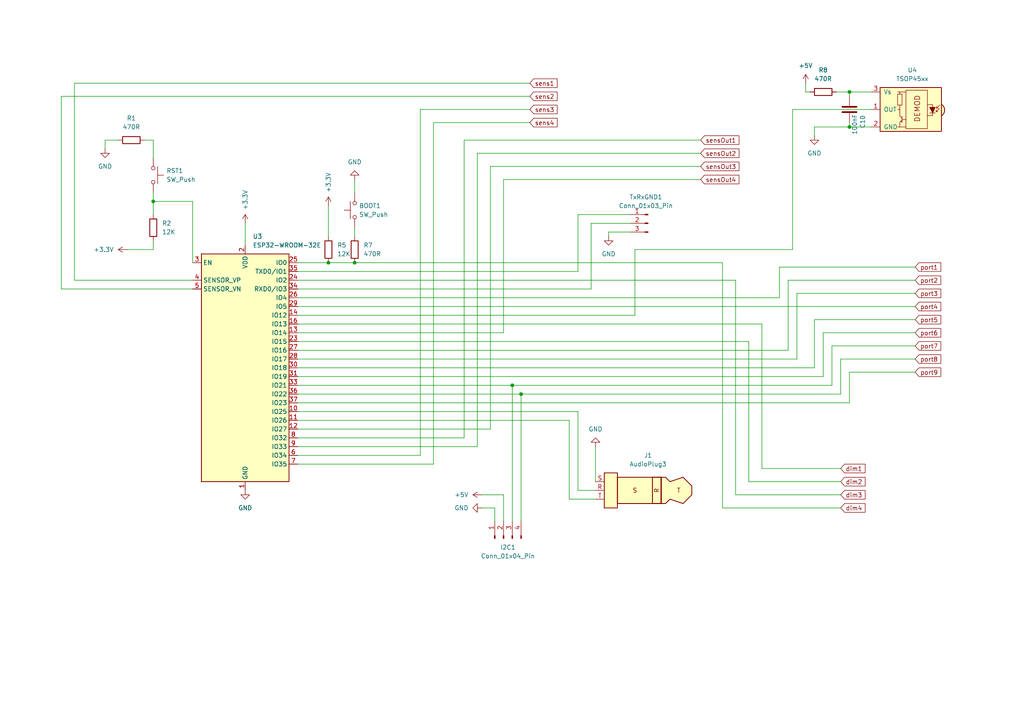
<source format=kicad_sch>
(kicad_sch (version 20231120) (generator "eeschema") (generator_version "8.0")
  (paper "A4")
  (lib_symbols
    (symbol "Connector:Conn_01x03_Pin" (pin_names (offset 1.016) hide)
      (property "Reference" "J" (at 0 5.08 0))
      (property "Value" "Conn_01x03_Pin" (at 0 -5.08 0))
      (symbol "Conn_01x03_Pin_1_1"
        (polyline (pts (xy 1.27 -2.54) (xy 0.8636 -2.54)) (stroke (width 0.1524)))
        (polyline (pts (xy 1.27 0) (xy 0.8636 0)) (stroke (width 0.1524)))
        (polyline (pts (xy 1.27 2.54) (xy 0.8636 2.54)) (stroke (width 0.1524)))
        (rectangle (start 0.8636 -2.413) (end 0 -2.667) (stroke (width 0.1524)) (fill (type outline)))
        (rectangle (start 0.8636 0.127) (end 0 -0.127) (stroke (width 0.1524)) (fill (type outline)))
        (rectangle (start 0.8636 2.667) (end 0 2.413) (stroke (width 0.1524)) (fill (type outline)))
        (pin passive line (at 5.08 2.54 180) (length 3.81) (name "Pin_1") (number "1"))
        (pin passive line (at 5.08 0 180) (length 3.81) (name "Pin_2") (number "2"))
        (pin passive line (at 5.08 -2.54 180) (length 3.81) (name "Pin_3") (number "3"))
      )
    )
    (symbol "Connector:Conn_01x04_Pin" (pin_names (offset 1.016) hide)
      (property "Reference" "J" (at 0 5.08 0))
      (property "Value" "Conn_01x04_Pin" (at 0 -7.62 0))
      (symbol "Conn_01x04_Pin_1_1"
        (polyline (pts (xy 1.27 -5.08) (xy 0.8636 -5.08)) (stroke (width 0.1524)))
        (polyline (pts (xy 1.27 -2.54) (xy 0.8636 -2.54)) (stroke (width 0.1524)))
        (polyline (pts (xy 1.27 0) (xy 0.8636 0)) (stroke (width 0.1524)))
        (polyline (pts (xy 1.27 2.54) (xy 0.8636 2.54)) (stroke (width 0.1524)))
        (rectangle (start 0.8636 -4.953) (end 0 -5.207) (stroke (width 0.1524)) (fill (type outline)))
        (rectangle (start 0.8636 -2.413) (end 0 -2.667) (stroke (width 0.1524)) (fill (type outline)))
        (rectangle (start 0.8636 0.127) (end 0 -0.127) (stroke (width 0.1524)) (fill (type outline)))
        (rectangle (start 0.8636 2.667) (end 0 2.413) (stroke (width 0.1524)) (fill (type outline)))
        (pin passive line (at 5.08 2.54 180) (length 3.81) (name "Pin_1") (number "1"))
        (pin passive line (at 5.08 0 180) (length 3.81) (name "Pin_2") (number "2"))
        (pin passive line (at 5.08 -2.54 180) (length 3.81) (name "Pin_3") (number "3"))
        (pin passive line (at 5.08 -5.08 180) (length 3.81) (name "Pin_4") (number "4"))
      )
    )
    (symbol "Connector_Audio:AudioPlug3"
      (property "Reference" "J" (at 1.27 6.35 0))
      (property "Value" "AudioPlug3" (at 1.27 -6.35 0))
      (symbol "AudioPlug3_0_0"
        (text "R" (at -2.54 0 900) (effects (font (size 1.27 1.27))))
      )
      (symbol "AudioPlug3_0_1"
        (rectangle (start -3.81 3.81) (end -1.27 -3.81) (stroke (width 0.254)))
        (rectangle (start -1.27 -1.27) (end -1.27 -1.27))
      )
      (symbol "AudioPlug3_1_0"
        (text "S" (at 3.81 0 0) (effects (font (size 1.27 1.27))))
        (text "T" (at -8.89 0 0) (effects (font (size 1.27 1.27))))
      )
      (symbol "AudioPlug3_1_1"
        (rectangle (start -3.81 3.81) (end 8.89 -3.81) (stroke (width 0.254)) (fill (type background)))
        (polyline (pts (xy -3.81 3.81) (xy -5.08 3.81) (xy -6.35 2.54) (xy -10.16 3.81) (xy -12.7 1.27) (xy -12.7 -1.27) (xy -10.16 -3.81) (xy -6.35 -2.54) (xy -5.08 -3.81) (xy -3.81 -3.81) (xy -3.81 3.81)) (stroke (width 0.254)) (fill (type background)))
        (rectangle (start 12.7 5.08) (end 8.89 -5.08) (stroke (width 0.254)) (fill (type background)))
        (pin passive line (at 15.24 0 180) (length 2.54) (name "~") (number "R"))
        (pin passive line (at 15.24 2.54 180) (length 2.54) (name "~") (number "S"))
        (pin passive line (at 15.24 -2.54 180) (length 2.54) (name "~") (number "T"))
      )
    )
    (symbol "Device:C" (pin_numbers hide) (pin_names (offset 0.254))
      (property "Reference" "C" (at 0.635 2.54 0))
      (property "Value" "C" (at 0.635 -2.54 0))
      (symbol "C_0_1"
        (polyline (pts (xy -2.032 -0.762) (xy 2.032 -0.762)) (stroke (width 0.508)))
        (polyline (pts (xy -2.032 0.762) (xy 2.032 0.762)) (stroke (width 0.508)))
      )
      (symbol "C_1_1"
        (pin passive line (at 0 3.81 270) (length 2.794) (name "~") (number "1"))
        (pin passive line (at 0 -3.81 90) (length 2.794) (name "~") (number "2"))
      )
    )
    (symbol "Device:R" (pin_numbers hide) (pin_names (offset 0))
      (property "Reference" "R" (at 2.032 0 90))
      (property "Value" "R" (at 0 0 90))
      (symbol "R_0_1"
        (rectangle (start -1.016 -2.54) (end 1.016 2.54) (stroke (width 0.254)))
      )
      (symbol "R_1_1"
        (pin passive line (at 0 3.81 270) (length 1.27) (name "~") (number "1"))
        (pin passive line (at 0 -3.81 90) (length 1.27) (name "~") (number "2"))
      )
    )
    (symbol "Interface_Optical:TSOP45xx" (pin_names (offset 1.016))
      (property "Reference" "U" (at -10.16 7.62 0))
      (property "Value" "TSOP45xx" (at -10.16 -7.62 0))
      (symbol "TSOP45xx_0_0"
        (arc (start -10.287 1.397) (mid -11.0899 -0.1852) (end -10.287 -1.778) (stroke (width 0.254)) (fill (type background)))
        (polyline (pts (xy 1.905 -5.08) (xy 0.127 -5.08)))
        (polyline (pts (xy 1.905 5.08) (xy 0.127 5.08)))
        (text "DEMOD" (at -3.175 0.254 900) (effects (font (size 1.524 1.524))))
      )
      (symbol "TSOP45xx_0_1"
        (rectangle (start -6.096 5.588) (end 0.127 -5.588))
        (polyline (pts (xy -8.763 0.381) (xy -9.652 1.27)))
        (polyline (pts (xy -8.763 0.381) (xy -9.271 0.381)))
        (polyline (pts (xy -8.763 0.381) (xy -8.763 0.889)))
        (polyline (pts (xy -8.636 -0.635) (xy -9.525 0.254)))
        (polyline (pts (xy -8.636 -0.635) (xy -9.144 -0.635)))
        (polyline (pts (xy -8.636 -0.635) (xy -8.636 -0.127)))
        (polyline (pts (xy -8.382 -1.016) (xy -6.731 -1.016)))
        (polyline (pts (xy 1.27 -2.921) (xy 0.127 -2.921)))
        (polyline (pts (xy 1.27 -1.905) (xy 1.27 -3.81)))
        (polyline (pts (xy 1.397 -3.556) (xy 1.524 -3.556)))
        (polyline (pts (xy 1.651 -3.556) (xy 1.524 -3.556)))
        (polyline (pts (xy 1.651 -3.556) (xy 1.651 -3.302)))
        (polyline (pts (xy 1.905 0) (xy 1.905 1.27)))
        (polyline (pts (xy 1.905 4.445) (xy 1.905 5.08) (xy 2.54 5.08)))
        (polyline (pts (xy -8.382 0.635) (xy -6.731 0.635) (xy -7.62 -1.016) (xy -8.382 0.635)) (fill (type outline)))
        (polyline (pts (xy -6.096 1.397) (xy -7.62 1.397) (xy -7.62 -1.778) (xy -6.096 -1.778)))
        (polyline (pts (xy 1.27 -3.175) (xy 1.905 -3.81) (xy 1.905 -5.08) (xy 2.54 -5.08)))
        (polyline (pts (xy 1.27 -2.54) (xy 1.905 -1.905) (xy 1.905 0) (xy 2.54 0)))
        (rectangle (start 2.54 1.27) (end 1.27 4.445))
        (rectangle (start 7.62 6.35) (end -10.16 -6.35) (stroke (width 0.254)) (fill (type background)))
      )
      (symbol "TSOP45xx_1_1"
        (pin output line (at 10.16 0 180) (length 2.54) (name "OUT") (number "1"))
        (pin power_in line (at 10.16 -5.08 180) (length 2.54) (name "GND") (number "2"))
        (pin power_in line (at 10.16 5.08 180) (length 2.54) (name "Vs") (number "3"))
      )
    )
    (symbol "RF_Module:ESP32-WROOM-32E"
      (property "Reference" "U" (at -12.7 34.29 0))
      (property "Value" "ESP32-WROOM-32E" (at 1.27 34.29 0))
      (symbol "ESP32-WROOM-32E_0_1"
        (rectangle (start -12.7 33.02) (end 12.7 -33.02) (stroke (width 0.254)) (fill (type background)))
      )
      (symbol "ESP32-WROOM-32E_1_1"
        (pin power_in line (at 0 -35.56 90) (length 2.54) (name "GND") (number "1"))
        (pin bidirectional line (at 15.24 -12.7 180) (length 2.54) (name "IO25") (number "10"))
        (pin bidirectional line (at 15.24 -15.24 180) (length 2.54) (name "IO26") (number "11"))
        (pin bidirectional line (at 15.24 -17.78 180) (length 2.54) (name "IO27") (number "12"))
        (pin bidirectional line (at 15.24 10.16 180) (length 2.54) (name "IO14") (number "13"))
        (pin bidirectional line (at 15.24 15.24 180) (length 2.54) (name "IO12") (number "14"))
        (pin passive line (at 0 -35.56 90) (length 2.54) hide (name "GND") (number "15"))
        (pin bidirectional line (at 15.24 12.7 180) (length 2.54) (name "IO13") (number "16"))
        (pin no_connect line (at -12.7 -5.08 0) (length 2.54) hide (name "NC") (number "17"))
        (pin no_connect line (at -12.7 -7.62 0) (length 2.54) hide (name "NC") (number "18"))
        (pin no_connect line (at -12.7 -12.7 0) (length 2.54) hide (name "NC") (number "19"))
        (pin power_in line (at 0 35.56 270) (length 2.54) (name "VDD") (number "2"))
        (pin no_connect line (at -12.7 -10.16 0) (length 2.54) hide (name "NC") (number "20"))
        (pin no_connect line (at -12.7 0 0) (length 2.54) hide (name "NC") (number "21"))
        (pin no_connect line (at -12.7 -2.54 0) (length 2.54) hide (name "NC") (number "22"))
        (pin bidirectional line (at 15.24 7.62 180) (length 2.54) (name "IO15") (number "23"))
        (pin bidirectional line (at 15.24 25.4 180) (length 2.54) (name "IO2") (number "24"))
        (pin bidirectional line (at 15.24 30.48 180) (length 2.54) (name "IO0") (number "25"))
        (pin bidirectional line (at 15.24 20.32 180) (length 2.54) (name "IO4") (number "26"))
        (pin bidirectional line (at 15.24 5.08 180) (length 2.54) (name "IO16") (number "27"))
        (pin bidirectional line (at 15.24 2.54 180) (length 2.54) (name "IO17") (number "28"))
        (pin bidirectional line (at 15.24 17.78 180) (length 2.54) (name "IO5") (number "29"))
        (pin input line (at -15.24 30.48 0) (length 2.54) (name "EN") (number "3"))
        (pin bidirectional line (at 15.24 0 180) (length 2.54) (name "IO18") (number "30"))
        (pin bidirectional line (at 15.24 -2.54 180) (length 2.54) (name "IO19") (number "31"))
        (pin no_connect line (at -12.7 -27.94 0) (length 2.54) hide (name "NC") (number "32"))
        (pin bidirectional line (at 15.24 -5.08 180) (length 2.54) (name "IO21") (number "33"))
        (pin bidirectional line (at 15.24 22.86 180) (length 2.54) (name "RXD0/IO3") (number "34"))
        (pin bidirectional line (at 15.24 27.94 180) (length 2.54) (name "TXD0/IO1") (number "35"))
        (pin bidirectional line (at 15.24 -7.62 180) (length 2.54) (name "IO22") (number "36"))
        (pin bidirectional line (at 15.24 -10.16 180) (length 2.54) (name "IO23") (number "37"))
        (pin passive line (at 0 -35.56 90) (length 2.54) hide (name "GND") (number "38"))
        (pin passive line (at 0 -35.56 90) (length 2.54) hide (name "GND") (number "39"))
        (pin input line (at -15.24 25.4 0) (length 2.54) (name "SENSOR_VP") (number "4"))
        (pin input line (at -15.24 22.86 0) (length 2.54) (name "SENSOR_VN") (number "5"))
        (pin input line (at 15.24 -25.4 180) (length 2.54) (name "IO34") (number "6"))
        (pin input line (at 15.24 -27.94 180) (length 2.54) (name "IO35") (number "7"))
        (pin bidirectional line (at 15.24 -20.32 180) (length 2.54) (name "IO32") (number "8"))
        (pin bidirectional line (at 15.24 -22.86 180) (length 2.54) (name "IO33") (number "9"))
      )
    )
    (symbol "Switch:SW_Push" (pin_numbers hide) (pin_names (offset 1.016) hide)
      (property "Reference" "SW" (at 1.27 2.54 0))
      (property "Value" "SW_Push" (at 0 -1.524 0))
      (symbol "SW_Push_0_1"
        (circle (center -2.032 0) (radius 0.508))
        (polyline (pts (xy 0 1.27) (xy 0 3.048)))
        (polyline (pts (xy 2.54 1.27) (xy -2.54 1.27)))
        (circle (center 2.032 0) (radius 0.508))
        (pin passive line (at -5.08 0 0) (length 2.54) (name "1") (number "1"))
        (pin passive line (at 5.08 0 180) (length 2.54) (name "2") (number "2"))
      )
    )
    (symbol "power:+3.3V" (power) (pin_numbers hide) (pin_names (offset 0) hide)
      (property "Value" "+3.3V" (at 0 3.556 0))
      (symbol "+3.3V_0_1"
        (polyline (pts (xy -0.762 1.27) (xy 0 2.54)))
        (polyline (pts (xy 0 0) (xy 0 2.54)))
        (polyline (pts (xy 0 2.54) (xy 0.762 1.27)))
      )
      (symbol "+3.3V_1_1"
        (pin power_in line (at 0 0 90) (length 0) (name "~") (number "1"))
      )
    )
    (symbol "power:+5V" (power) (pin_numbers hide) (pin_names (offset 0) hide)
      (property "Value" "+5V" (at 0 3.556 0))
      (symbol "+5V_0_1"
        (polyline (pts (xy -0.762 1.27) (xy 0 2.54)))
        (polyline (pts (xy 0 0) (xy 0 2.54)))
        (polyline (pts (xy 0 2.54) (xy 0.762 1.27)))
      )
      (symbol "+5V_1_1"
        (pin power_in line (at 0 0 90) (length 0) (name "~") (number "1"))
      )
    )
    (symbol "power:GND" (power) (pin_numbers hide) (pin_names (offset 0) hide)
      (property "Value" "GND" (at 0 -3.81 0))
      (symbol "GND_0_1"
        (polyline (pts (xy 0 0) (xy 0 -1.27) (xy 1.27 -1.27) (xy 0 -2.54) (xy -1.27 -1.27) (xy 0 -1.27)))
      )
      (symbol "GND_1_1"
        (pin power_in line (at 0 0 270) (length 0) (name "~") (number "1"))
      )
    )
  )
  (junction (at 148.59 111.76))
  (junction (at 44.45 58.42))
  (junction (at 95.25 76.2))
  (junction (at 102.87 76.2))
  (junction (at 246.38 26.67))
  (junction (at 151.13 114.3))
  (junction (at 246.38 36.83))
  (wire (pts (xy 176.53 67.31) (xy 182.88 67.31)))
  (wire (pts (xy 86.36 111.76) (xy 148.59 111.76)))
  (wire (pts (xy 86.36 91.44) (xy 184.15 91.44)))
  (wire (pts (xy 41.91 40.64) (xy 44.45 40.64)))
  (wire (pts (xy 86.36 114.3) (xy 151.13 114.3)))
  (wire (pts (xy 243.84 104.14) (xy 265.43 104.14)))
  (wire (pts (xy 34.29 40.64) (xy 30.48 40.64)))
  (wire (pts (xy 184.15 72.39) (xy 229.87 72.39)))
  (wire (pts (xy 55.88 83.82) (xy 17.78 83.82)))
  (wire (pts (xy 233.68 26.67) (xy 233.68 24.13)))
  (wire (pts (xy 246.38 26.67) (xy 246.38 27.94)))
  (wire (pts (xy 167.64 142.24) (xy 172.72 142.24)))
  (wire (pts (xy 138.43 44.45) (xy 203.2 44.45)))
  (wire (pts (xy 231.14 104.14) (xy 231.14 85.09)))
  (wire (pts (xy 228.6 81.28) (xy 265.43 81.28)))
  (wire (pts (xy 146.05 52.07) (xy 203.2 52.07)))
  (wire (pts (xy 44.45 62.23) (xy 44.45 58.42)))
  (wire (pts (xy 246.38 35.56) (xy 246.38 36.83)))
  (wire (pts (xy 36.83 72.39) (xy 44.45 72.39)))
  (wire (pts (xy 86.36 78.74) (xy 167.64 78.74)))
  (wire (pts (xy 102.87 52.07) (xy 102.87 55.88)))
  (wire (pts (xy 148.59 111.76) (xy 148.59 151.13)))
  (wire (pts (xy 252.73 36.83) (xy 246.38 36.83)))
  (wire (pts (xy 86.36 124.46) (xy 142.24 124.46)))
  (wire (pts (xy 55.88 81.28) (xy 21.59 81.28)))
  (wire (pts (xy 138.43 129.54) (xy 138.43 44.45)))
  (wire (pts (xy 86.36 96.52) (xy 146.05 96.52)))
  (wire (pts (xy 86.36 81.28) (xy 213.36 81.28)))
  (wire (pts (xy 243.84 147.32) (xy 209.55 147.32)))
  (wire (pts (xy 121.92 31.75) (xy 153.67 31.75)))
  (wire (pts (xy 236.22 36.83) (xy 236.22 39.37)))
  (wire (pts (xy 86.36 88.9) (xy 265.43 88.9)))
  (wire (pts (xy 146.05 151.13) (xy 146.05 143.51)))
  (wire (pts (xy 44.45 40.64) (xy 44.45 45.72)))
  (wire (pts (xy 238.76 96.52) (xy 265.43 96.52)))
  (wire (pts (xy 167.64 142.24) (xy 167.64 119.38)))
  (wire (pts (xy 146.05 143.51) (xy 139.7 143.51)))
  (wire (pts (xy 165.1 144.78) (xy 165.1 121.92)))
  (wire (pts (xy 167.64 78.74) (xy 167.64 62.23)))
  (wire (pts (xy 17.78 27.94) (xy 153.67 27.94)))
  (wire (pts (xy 86.36 104.14) (xy 231.14 104.14)))
  (wire (pts (xy 71.12 64.77) (xy 71.12 71.12)))
  (wire (pts (xy 176.53 67.31) (xy 176.53 68.58)))
  (wire (pts (xy 95.25 76.2) (xy 102.87 76.2)))
  (wire (pts (xy 86.36 106.68) (xy 236.22 106.68)))
  (wire (pts (xy 148.59 111.76) (xy 241.3 111.76)))
  (wire (pts (xy 236.22 92.71) (xy 265.43 92.71)))
  (wire (pts (xy 44.45 72.39) (xy 44.45 69.85)))
  (wire (pts (xy 165.1 144.78) (xy 172.72 144.78)))
  (wire (pts (xy 252.73 26.67) (xy 246.38 26.67)))
  (wire (pts (xy 86.36 109.22) (xy 238.76 109.22)))
  (wire (pts (xy 217.17 139.7) (xy 243.84 139.7)))
  (wire (pts (xy 86.36 127) (xy 134.62 127)))
  (wire (pts (xy 151.13 114.3) (xy 151.13 151.13)))
  (wire (pts (xy 246.38 36.83) (xy 236.22 36.83)))
  (wire (pts (xy 246.38 116.84) (xy 246.38 107.95)))
  (wire (pts (xy 17.78 83.82) (xy 17.78 27.94)))
  (wire (pts (xy 220.98 135.89) (xy 243.84 135.89)))
  (wire (pts (xy 146.05 96.52) (xy 146.05 52.07)))
  (wire (pts (xy 102.87 66.04) (xy 102.87 68.58)))
  (wire (pts (xy 44.45 58.42) (xy 44.45 55.88)))
  (wire (pts (xy 167.64 62.23) (xy 182.88 62.23)))
  (wire (pts (xy 226.06 86.36) (xy 226.06 77.47)))
  (wire (pts (xy 246.38 107.95) (xy 265.43 107.95)))
  (wire (pts (xy 171.45 83.82) (xy 171.45 64.77)))
  (wire (pts (xy 231.14 85.09) (xy 265.43 85.09)))
  (wire (pts (xy 213.36 81.28) (xy 213.36 143.51)))
  (wire (pts (xy 134.62 40.64) (xy 203.2 40.64)))
  (wire (pts (xy 243.84 114.3) (xy 243.84 104.14)))
  (wire (pts (xy 229.87 31.75) (xy 252.73 31.75)))
  (wire (pts (xy 209.55 147.32) (xy 209.55 76.2)))
  (wire (pts (xy 86.36 86.36) (xy 226.06 86.36)))
  (wire (pts (xy 143.51 147.32) (xy 139.7 147.32)))
  (wire (pts (xy 172.72 139.7) (xy 172.72 129.54)))
  (wire (pts (xy 86.36 134.62) (xy 125.73 134.62)))
  (wire (pts (xy 86.36 93.98) (xy 220.98 93.98)))
  (wire (pts (xy 143.51 151.13) (xy 143.51 147.32)))
  (wire (pts (xy 134.62 127) (xy 134.62 40.64)))
  (wire (pts (xy 238.76 109.22) (xy 238.76 96.52)))
  (wire (pts (xy 86.36 129.54) (xy 138.43 129.54)))
  (wire (pts (xy 165.1 121.92) (xy 86.36 121.92)))
  (wire (pts (xy 229.87 31.75) (xy 229.87 72.39)))
  (wire (pts (xy 55.88 58.42) (xy 44.45 58.42)))
  (wire (pts (xy 21.59 81.28) (xy 21.59 24.13)))
  (wire (pts (xy 241.3 111.76) (xy 241.3 100.33)))
  (wire (pts (xy 86.36 132.08) (xy 121.92 132.08)))
  (wire (pts (xy 55.88 58.42) (xy 55.88 76.2)))
  (wire (pts (xy 213.36 143.51) (xy 243.84 143.51)))
  (wire (pts (xy 171.45 64.77) (xy 182.88 64.77)))
  (wire (pts (xy 121.92 132.08) (xy 121.92 31.75)))
  (wire (pts (xy 86.36 76.2) (xy 95.25 76.2)))
  (wire (pts (xy 30.48 40.64) (xy 30.48 43.18)))
  (wire (pts (xy 234.95 26.67) (xy 233.68 26.67)))
  (wire (pts (xy 241.3 100.33) (xy 265.43 100.33)))
  (wire (pts (xy 102.87 76.2) (xy 209.55 76.2)))
  (wire (pts (xy 220.98 93.98) (xy 220.98 135.89)))
  (wire (pts (xy 95.25 59.69) (xy 95.25 68.58)))
  (wire (pts (xy 151.13 114.3) (xy 243.84 114.3)))
  (wire (pts (xy 125.73 35.56) (xy 153.67 35.56)))
  (wire (pts (xy 86.36 119.38) (xy 167.64 119.38)))
  (wire (pts (xy 236.22 106.68) (xy 236.22 92.71)))
  (wire (pts (xy 217.17 99.06) (xy 217.17 139.7)))
  (wire (pts (xy 246.38 26.67) (xy 242.57 26.67)))
  (wire (pts (xy 86.36 83.82) (xy 171.45 83.82)))
  (wire (pts (xy 86.36 101.6) (xy 228.6 101.6)))
  (wire (pts (xy 142.24 48.26) (xy 203.2 48.26)))
  (wire (pts (xy 184.15 91.44) (xy 184.15 72.39)))
  (wire (pts (xy 125.73 134.62) (xy 125.73 35.56)))
  (wire (pts (xy 86.36 99.06) (xy 217.17 99.06)))
  (wire (pts (xy 226.06 77.47) (xy 265.43 77.47)))
  (wire (pts (xy 228.6 101.6) (xy 228.6 81.28)))
  (wire (pts (xy 142.24 124.46) (xy 142.24 48.26)))
  (wire (pts (xy 21.59 24.13) (xy 153.67 24.13)))
  (wire (pts (xy 86.36 116.84) (xy 246.38 116.84)))
  (global_label "port2" (shape input) (at 265.43 81.28 0) (property "Intersheetrefs" "${INTERSHEET_REFS}" (effects (hide yes))))
  (global_label "port9" (shape input) (at 265.43 107.95 0) (property "Intersheetrefs" "${INTERSHEET_REFS}" (effects (hide yes))))
  (global_label "sensOut1" (shape input) (at 203.2 40.64 0) (property "Intersheetrefs" "${INTERSHEET_REFS}" (effects (hide yes))))
  (global_label "port8" (shape input) (at 265.43 104.14 0) (property "Intersheetrefs" "${INTERSHEET_REFS}" (effects (hide yes))))
  (global_label "sens4" (shape input) (at 153.67 35.56 0) (property "Intersheetrefs" "${INTERSHEET_REFS}" (effects (hide yes))))
  (global_label "port6" (shape input) (at 265.43 96.52 0) (property "Intersheetrefs" "${INTERSHEET_REFS}" (effects (hide yes))))
  (global_label "port1" (shape input) (at 265.43 77.47 0) (property "Intersheetrefs" "${INTERSHEET_REFS}" (effects (hide yes))))
  (global_label "port3" (shape input) (at 265.43 85.09 0) (property "Intersheetrefs" "${INTERSHEET_REFS}" (effects (hide yes))))
  (global_label "port4" (shape input) (at 265.43 88.9 0) (property "Intersheetrefs" "${INTERSHEET_REFS}" (effects (hide yes))))
  (global_label "sensOut2" (shape input) (at 203.2 44.45 0) (property "Intersheetrefs" "${INTERSHEET_REFS}" (effects (hide yes))))
  (global_label "sens1" (shape input) (at 153.67 24.13 0) (property "Intersheetrefs" "${INTERSHEET_REFS}" (effects (hide yes))))
  (global_label "dim3" (shape input) (at 243.84 143.51 0) (property "Intersheetrefs" "${INTERSHEET_REFS}" (effects (hide yes))))
  (global_label "port7" (shape input) (at 265.43 100.33 0) (property "Intersheetrefs" "${INTERSHEET_REFS}" (effects (hide yes))))
  (global_label "dim2" (shape input) (at 243.84 139.7 0) (property "Intersheetrefs" "${INTERSHEET_REFS}" (effects (hide yes))))
  (global_label "sens2" (shape input) (at 153.67 27.94 0) (property "Intersheetrefs" "${INTERSHEET_REFS}" (effects (hide yes))))
  (global_label "port5" (shape input) (at 265.43 92.71 0) (property "Intersheetrefs" "${INTERSHEET_REFS}" (effects (hide yes))))
  (global_label "dim4" (shape input) (at 243.84 147.32 0) (property "Intersheetrefs" "${INTERSHEET_REFS}" (effects (hide yes))))
  (global_label "sensOut3" (shape input) (at 203.2 48.26 0) (property "Intersheetrefs" "${INTERSHEET_REFS}" (effects (hide yes))))
  (global_label "dim1" (shape input) (at 243.84 135.89 0) (property "Intersheetrefs" "${INTERSHEET_REFS}" (effects (hide yes))))
  (global_label "sensOut4" (shape input) (at 203.2 52.07 0) (property "Intersheetrefs" "${INTERSHEET_REFS}" (effects (hide yes))))
  (global_label "sens3" (shape input) (at 153.67 31.75 0) (property "Intersheetrefs" "${INTERSHEET_REFS}" (effects (hide yes))))
  (symbol (lib_id "Interface_Optical:TSOP45xx") (at 262.89 31.75 0) (mirror y) (unit 1)
    (property "Reference" "U4" (at 264.625 20.32 0))
    (property "Value" "TSOP45xx" (at 264.625 22.86 0))
    (property "Footprint" "OptoDevice:Vishay_MOLD-3Pin" (effects (hide yes)))
    (property "Datasheet" "http://www.vishay.com/docs/82460/tsop45.pdf" (effects (hide yes)))
    (property "Description" "IR Receiver Modules for Remote Control Systems" (effects (hide yes)))
  )
  (symbol (lib_id "Device:R") (at 44.45 66.04 0) (unit 1)
    (property "Reference" "R2" (at 46.99 64.7699 0) (effects (justify left)))
    (property "Value" "12K" (at 46.99 67.3099 0) (effects (justify left)))
    (property "Footprint" "Resistor_SMD:R_0805_2012Metric_Pad1.20x1.40mm_HandSolder" (effects (hide yes)))
    (property "Description" "Resistor" (effects (hide yes)))
  )
  (symbol (lib_id "power:+3.3V") (at 36.83 72.39 90) (unit 1)
    (property "Reference" "#PWR03" (effects (hide yes)))
    (property "Value" "+3.3V" (at 33.02 72.3901 90) (effects (justify left)))
    (property "Description" "Power symbol creates a global label with name \"+3.3V\"" (effects (hide yes)))
  )
  (symbol (lib_id "power:GND") (at 139.7 147.32 270) (unit 1)
    (property "Reference" "#PWR018" (effects (hide yes)))
    (property "Value" "GND" (at 135.89 147.3199 90) (effects (justify right)))
    (property "Description" "Power symbol creates a global label with name \"GND\" , ground" (effects (hide yes)))
  )
  (symbol (lib_id "power:GND") (at 236.22 39.37 0) (unit 1)
    (property "Reference" "#PWR022" (effects (hide yes)))
    (property "Value" "GND" (at 236.22 44.45 0))
    (property "Description" "Power symbol creates a global label with name \"GND\" , ground" (effects (hide yes)))
  )
  (symbol (lib_id "power:+3.3V") (at 95.25 59.69 0) (unit 1)
    (property "Reference" "#PWR013" (effects (hide yes)))
    (property "Value" "+3.3V" (at 95.2499 55.88 90) (effects (justify left)))
    (property "Description" "Power symbol creates a global label with name \"+3.3V\"" (effects (hide yes)))
  )
  (symbol (lib_id "power:+5V") (at 233.68 24.13 0) (unit 1)
    (property "Reference" "#PWR021" (effects (hide yes)))
    (property "Value" "+5V" (at 233.68 19.05 0))
    (property "Description" "Power symbol creates a global label with name \"+5V\"" (effects (hide yes)))
  )
  (symbol (lib_id "power:GND") (at 30.48 43.18 0) (unit 1)
    (property "Reference" "#PWR02" (effects (hide yes)))
    (property "Value" "GND" (at 30.48 48.26 0))
    (property "Description" "Power symbol creates a global label with name \"GND\" , ground" (effects (hide yes)))
  )
  (symbol (lib_id "power:GND") (at 102.87 52.07 180) (unit 1)
    (property "Reference" "#PWR014" (effects (hide yes)))
    (property "Value" "GND" (at 102.87 46.99 0))
    (property "Description" "Power symbol creates a global label with name \"GND\" , ground" (effects (hide yes)))
  )
  (symbol (lib_id "power:GND") (at 172.72 129.54 180) (unit 1)
    (property "Reference" "#PWR019" (effects (hide yes)))
    (property "Value" "GND" (at 172.72 124.46 0))
    (property "Description" "Power symbol creates a global label with name \"GND\" , ground" (effects (hide yes)))
  )
  (symbol (lib_id "Connector:Conn_01x04_Pin") (at 146.05 156.21 90) (unit 1)
    (property "Reference" "I2C1" (at 147.32 158.75 90))
    (property "Value" "Conn_01x04_Pin" (at 147.32 161.29 90))
    (property "Footprint" "Connector_JST:JST_XH_S4B-XH-A_1x04_P2.50mm_Horizontal" (effects (hide yes)))
    (property "Description" "Generic connector, single row, 01x04, script generated" (effects (hide yes)))
  )
  (symbol (lib_id "Switch:SW_Push") (at 44.45 50.8 270) (unit 1)
    (property "Reference" "RST1" (at 48.26 49.5299 90) (effects (justify left)))
    (property "Value" "SW_Push" (at 48.26 52.0699 90) (effects (justify left)))
    (property "Footprint" "Button_Switch_SMD:SW_Tactile_SPST_NO_Straight_CK_PTS636Sx25SMTRLFS" (effects (hide yes)))
    (property "Description" "Push button switch, generic, two pins" (effects (hide yes)))
  )
  (symbol (lib_id "power:+5V") (at 139.7 143.51 90) (unit 1)
    (property "Reference" "#PWR017" (effects (hide yes)))
    (property "Value" "+5V" (at 135.89 143.5099 90) (effects (justify left)))
    (property "Description" "Power symbol creates a global label with name \"+5V\"" (effects (hide yes)))
  )
  (symbol (lib_id "Switch:SW_Push") (at 102.87 60.96 90) (unit 1)
    (property "Reference" "BOOT1" (at 104.14 59.6899 90) (effects (justify right)))
    (property "Value" "SW_Push" (at 104.14 62.2299 90) (effects (justify right)))
    (property "Footprint" "Button_Switch_SMD:SW_Tactile_SPST_NO_Straight_CK_PTS636Sx25SMTRLFS" (effects (hide yes)))
    (property "Description" "Push button switch, generic, two pins" (effects (hide yes)))
  )
  (symbol (lib_id "Device:R") (at 102.87 72.39 0) (unit 1)
    (property "Reference" "R7" (at 105.41 71.1199 0) (effects (justify left)))
    (property "Value" "470R" (at 105.41 73.6599 0) (effects (justify left)))
    (property "Footprint" "Resistor_SMD:R_0805_2012Metric_Pad1.20x1.40mm_HandSolder" (effects (hide yes)))
    (property "Description" "Resistor" (effects (hide yes)))
  )
  (symbol (lib_id "power:GND") (at 176.53 68.58 0) (unit 1)
    (property "Reference" "#PWR020" (effects (hide yes)))
    (property "Value" "GND" (at 176.53 73.66 0))
    (property "Description" "Power symbol creates a global label with name \"GND\" , ground" (effects (hide yes)))
  )
  (symbol (lib_id "power:+3.3V") (at 71.12 64.77 0) (unit 1)
    (property "Reference" "#PWR0108" (effects (hide yes)))
    (property "Value" "+3.3V" (at 71.1199 60.96 90) (effects (justify left)))
    (property "Description" "Power symbol creates a global label with name \"+3.3V\"" (effects (hide yes)))
  )
  (symbol (lib_id "RF_Module:ESP32-WROOM-32E") (at 71.12 106.68 0) (unit 1)
    (property "Reference" "U3" (at 73.3141 68.58 0) (effects (justify left)))
    (property "Value" "ESP32-WROOM-32E" (at 73.3141 71.12 0) (effects (justify left)))
    (property "Footprint" "RF_Module:ESP32-WROOM-32D" (effects (hide yes)))
    (property "Datasheet" "https://www.espressif.com/sites/default/files/documentation/esp32-wroom-32e_esp32-wroom-32ue_datasheet_en.pdf" (effects (hide yes)))
    (property "Description" "RF Module, ESP32-D0WD-V3 SoC, without PSRAM, Wi-Fi 802.11b/g/n, Bluetooth, BLE, 32-bit, 2.7-3.6V, onboard antenna, SMD" (effects (hide yes)))
  )
  (symbol (lib_id "Device:C") (at 246.38 31.75 0) (mirror x) (unit 1)
    (property "Reference" "C10" (at 250.19 35.306 90))
    (property "Value" "100nF" (at 247.904 36.068 90))
    (property "Footprint" "Capacitor_SMD:C_0805_2012Metric_Pad1.18x1.45mm_HandSolder" (effects (hide yes)))
    (property "Description" "Unpolarized capacitor" (effects (hide yes)))
  )
  (symbol (lib_id "Device:R") (at 238.76 26.67 270) (unit 1)
    (property "Reference" "R8" (at 238.76 20.32 90))
    (property "Value" "470R" (at 238.76 22.86 90))
    (property "Footprint" "Resistor_SMD:R_0805_2012Metric_Pad1.20x1.40mm_HandSolder" (effects (hide yes)))
    (property "Description" "Resistor" (effects (hide yes)))
  )
  (symbol (lib_id "Device:R") (at 38.1 40.64 270) (unit 1)
    (property "Reference" "R1" (at 38.1 34.29 90))
    (property "Value" "470R" (at 38.1 36.83 90))
    (property "Footprint" "Resistor_SMD:R_0805_2012Metric_Pad1.20x1.40mm_HandSolder" (effects (hide yes)))
    (property "Description" "Resistor" (effects (hide yes)))
  )
  (symbol (lib_id "Connector:Conn_01x03_Pin") (at 187.96 64.77 0) (mirror y) (unit 1)
    (property "Reference" "TxRxGND1" (at 187.325 57.15 0))
    (property "Value" "Conn_01x03_Pin" (at 187.325 59.69 0))
    (property "Footprint" "Connector_PinHeader_2.54mm:PinHeader_1x03_P2.54mm_Vertical" (effects (hide yes)))
    (property "Description" "Generic connector, single row, 01x03, script generated" (effects (hide yes)))
  )
  (symbol (lib_id "power:GND") (at 71.12 142.24 0) (unit 1)
    (property "Reference" "#PWR08" (effects (hide yes)))
    (property "Value" "GND" (at 71.12 147.32 0))
    (property "Description" "Power symbol creates a global label with name \"GND\" , ground" (effects (hide yes)))
  )
  (symbol (lib_id "Connector_Audio:AudioPlug3") (at 187.96 142.24 0) (mirror y) (unit 1)
    (property "Reference" "J1" (at 187.96 132.08 0))
    (property "Value" "AudioPlug3" (at 187.96 134.62 0))
    (property "Footprint" "Connector_Audio:Jack_3.5mm_CUI_SJ1-3525N_Horizontal" (effects (hide yes)))
    (property "Description" "Audio Jack, 3 Poles (Stereo / TRS)" (effects (hide yes)))
  )
  (symbol (lib_id "Device:R") (at 95.25 72.39 0) (unit 1)
    (property "Reference" "R5" (at 97.79 71.1199 0) (effects (justify left)))
    (property "Value" "12K" (at 97.79 73.6599 0) (effects (justify left)))
    (property "Footprint" "Resistor_SMD:R_0805_2012Metric_Pad1.20x1.40mm_HandSolder" (effects (hide yes)))
    (property "Description" "Resistor" (effects (hide yes)))
  )
  (sheet (at 302.26 118.11) (size 26.67 19.05) (stroke (width 0.1524))
    (property "Sheetname" "Power" (at 302.26 117.3984 0) (effects (justify left bottom)))
    (property "Sheetfile" "Power.kicad_sch" (at 302.26 137.7446 0) (effects (justify left top)))
  )
  (sheet (at 302.26 39.37) (size 26.67 19.05) (stroke (width 0.1524))
    (property "Sheetname" "Sens Inputs" (at 302.26 38.6584 0) (effects (justify left bottom)))
    (property "Sheetfile" "Sens_Inputs.kicad_sch" (at 302.26 59.0046 0) (effects (justify left top)))
  )
  (sheet (at 302.26 67.31) (size 26.67 19.05) (stroke (width 0.1524))
    (property "Sheetname" "Sens Outputs" (at 302.26 66.5984 0) (effects (justify left bottom)))
    (property "Sheetfile" "Sens_Outputs.kicad_sch" (at 302.26 86.9446 0) (effects (justify left top)))
  )
  (sheet (at 302.26 93.98) (size 26.67 17.78) (stroke (width 0.1524))
    (property "Sheetname" "Dimmers" (at 302.26 93.2684 0) (effects (justify left bottom)))
    (property "Sheetfile" "Dimmers.kicad_sch" (at 302.26 112.3446 0) (effects (justify left top)))
  )
  (sheet (at 302.26 11.43) (size 26.67 20.32) (stroke (width 0.1524))
    (property "Sheetname" "Port Outputs" (at 302.26 10.7184 0) (effects (justify left bottom)))
    (property "Sheetfile" "Port_Outputs.kicad_sch" (at 302.26 32.3346 0) (effects (justify left top)))
  )
)
</source>
